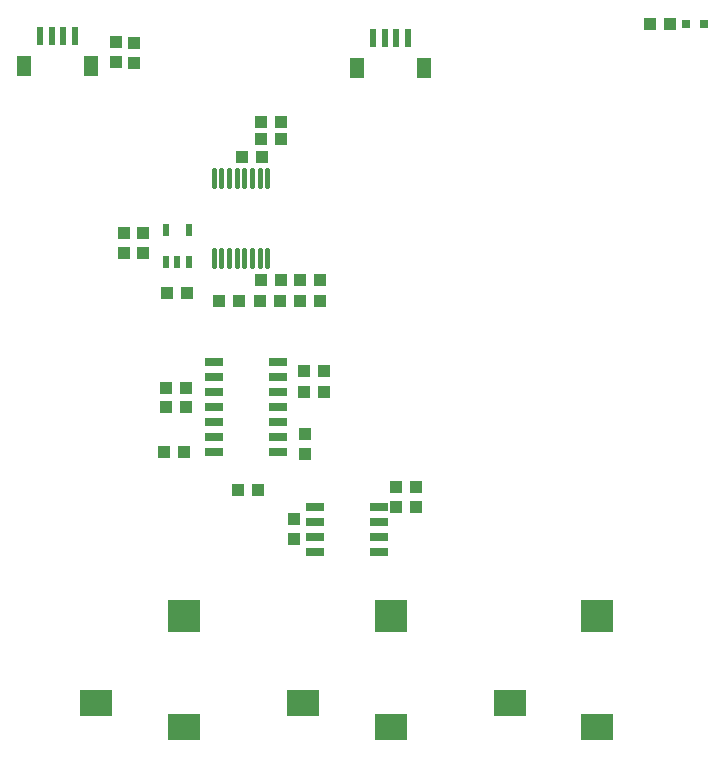
<source format=gbr>
G04 EAGLE Gerber RS-274X export*
G75*
%MOMM*%
%FSLAX34Y34*%
%LPD*%
%INSolderpaste Top*%
%IPPOS*%
%AMOC8*
5,1,8,0,0,1.08239X$1,22.5*%
G01*
%ADD10R,1.100000X1.000000*%
%ADD11R,2.800000X2.200000*%
%ADD12R,2.800000X2.800000*%
%ADD13R,1.000000X1.100000*%
%ADD14C,0.450000*%
%ADD15R,0.558800X1.028700*%
%ADD16R,0.600000X1.550000*%
%ADD17R,1.200000X1.800000*%
%ADD18R,0.800000X0.800000*%
%ADD19R,1.525000X0.650000*%


D10*
X278000Y506700D03*
X261000Y506700D03*
X277500Y536500D03*
X294500Y536500D03*
X277000Y402500D03*
X294000Y402500D03*
X392000Y210000D03*
X409000Y210000D03*
X392000Y227000D03*
X409000Y227000D03*
X213500Y295000D03*
X196500Y295000D03*
X213500Y311000D03*
X196500Y311000D03*
D11*
X488000Y44000D03*
X562000Y24000D03*
D12*
X562000Y118000D03*
D11*
X138000Y44000D03*
X212000Y24000D03*
D12*
X212000Y118000D03*
D11*
X313000Y44000D03*
X387000Y24000D03*
D12*
X387000Y118000D03*
D13*
X170100Y586500D03*
X170100Y603500D03*
D10*
X330500Y325000D03*
X313500Y325000D03*
D13*
X154900Y586600D03*
X154900Y603600D03*
D10*
X241500Y385000D03*
X258500Y385000D03*
X276500Y385000D03*
X293500Y385000D03*
X327500Y402500D03*
X310500Y402500D03*
X310500Y385000D03*
X327500Y385000D03*
X313500Y308000D03*
X330500Y308000D03*
D14*
X282750Y482250D02*
X282750Y495750D01*
X276250Y495750D02*
X276250Y482250D01*
X269750Y482250D02*
X269750Y495750D01*
X263250Y495750D02*
X263250Y482250D01*
X256750Y482250D02*
X256750Y495750D01*
X250250Y495750D02*
X250250Y482250D01*
X243750Y482250D02*
X243750Y495750D01*
X237250Y495750D02*
X237250Y482250D01*
X282750Y427750D02*
X282750Y414250D01*
X276250Y414250D02*
X276250Y427750D01*
X269750Y427750D02*
X269750Y414250D01*
X263250Y414250D02*
X263250Y427750D01*
X256750Y427750D02*
X256750Y414250D01*
X250250Y414250D02*
X250250Y427750D01*
X243750Y427750D02*
X243750Y414250D01*
X237250Y414250D02*
X237250Y427750D01*
D15*
X197000Y417602D03*
X206500Y417602D03*
X216000Y417602D03*
X216000Y444399D03*
X197000Y444399D03*
D13*
X215000Y391000D03*
X198000Y391000D03*
D16*
X392000Y607240D03*
X382000Y607240D03*
X402000Y607240D03*
X372000Y607240D03*
D17*
X359000Y581758D03*
X415000Y581758D03*
D16*
X110000Y609240D03*
X100000Y609240D03*
X120000Y609240D03*
X90000Y609240D03*
D17*
X77000Y583758D03*
X133000Y583758D03*
D13*
X177500Y442500D03*
X177500Y425500D03*
X161000Y442500D03*
X161000Y425500D03*
D10*
X623500Y619000D03*
X606500Y619000D03*
D18*
X652000Y619000D03*
X637000Y619000D03*
D19*
X237880Y333100D03*
X237880Y320400D03*
X237880Y307700D03*
X237880Y295000D03*
X237880Y282300D03*
X237880Y269600D03*
X237880Y256900D03*
X292120Y256900D03*
X292120Y269600D03*
X292120Y282300D03*
X292120Y295000D03*
X292120Y307700D03*
X292120Y320400D03*
X292120Y333100D03*
X322880Y210550D03*
X322880Y197850D03*
X322880Y185150D03*
X322880Y172450D03*
X377120Y172450D03*
X377120Y185150D03*
X377120Y197850D03*
X377120Y210550D03*
D10*
X195500Y257000D03*
X212500Y257000D03*
D13*
X305000Y183000D03*
X305000Y200000D03*
D10*
X257500Y225000D03*
X274500Y225000D03*
D13*
X315000Y272000D03*
X315000Y255000D03*
D10*
X277500Y521500D03*
X294500Y521500D03*
M02*

</source>
